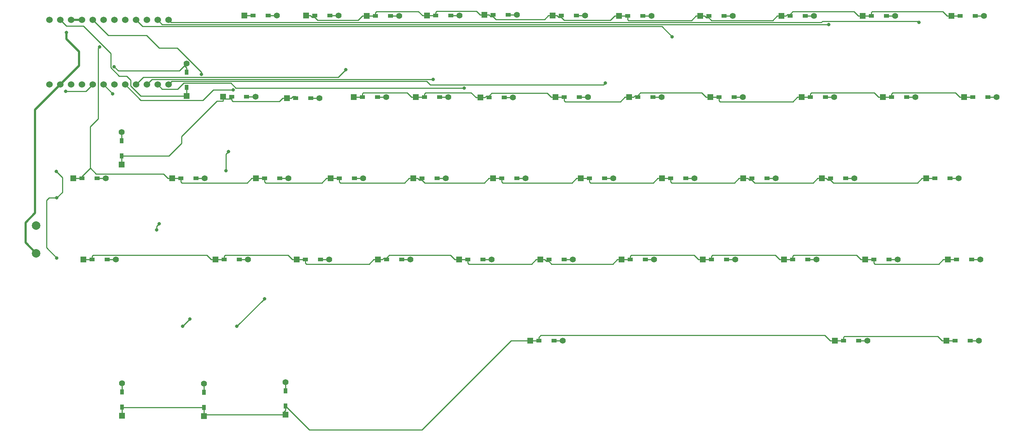
<source format=gbr>
%TF.GenerationSoftware,KiCad,Pcbnew,(7.0.0)*%
%TF.CreationDate,2024-09-06T15:26:17+09:00*%
%TF.ProjectId,rowlow52,726f776c-6f77-4353-922e-6b696361645f,rev?*%
%TF.SameCoordinates,Original*%
%TF.FileFunction,Copper,L1,Top*%
%TF.FilePolarity,Positive*%
%FSLAX46Y46*%
G04 Gerber Fmt 4.6, Leading zero omitted, Abs format (unit mm)*
G04 Created by KiCad (PCBNEW (7.0.0)) date 2024-09-06 15:26:17*
%MOMM*%
%LPD*%
G01*
G04 APERTURE LIST*
%TA.AperFunction,ComponentPad*%
%ADD10R,1.397000X1.397000*%
%TD*%
%TA.AperFunction,SMDPad,CuDef*%
%ADD11R,1.300000X0.950000*%
%TD*%
%TA.AperFunction,ComponentPad*%
%ADD12C,1.397000*%
%TD*%
%TA.AperFunction,SMDPad,CuDef*%
%ADD13R,0.950000X1.300000*%
%TD*%
%TA.AperFunction,ComponentPad*%
%ADD14C,2.000000*%
%TD*%
%TA.AperFunction,ComponentPad*%
%ADD15C,1.524000*%
%TD*%
%TA.AperFunction,ViaPad*%
%ADD16C,0.800000*%
%TD*%
%TA.AperFunction,Conductor*%
%ADD17C,0.250000*%
%TD*%
%TA.AperFunction,Conductor*%
%ADD18C,0.500000*%
%TD*%
G04 APERTURE END LIST*
D10*
%TO.P,D29,1,K*%
%TO.N,row2*%
X138458799Y-111918699D03*
D11*
X140493799Y-111918699D03*
%TO.P,D29,2,A*%
%TO.N,Net-(D29-A)*%
X144043799Y-111918699D03*
D12*
X146078800Y-111918700D03*
%TD*%
D10*
%TO.P,D3,1,K*%
%TO.N,row0*%
X113289999Y-73699999D03*
D11*
X115324999Y-73699999D03*
%TO.P,D3,2,A*%
%TO.N,Net-(D3-A)*%
X118874999Y-73699999D03*
D12*
X120910000Y-73700000D03*
%TD*%
D10*
%TO.P,D39,1,K*%
%TO.N,row3*%
X130146299Y-130968699D03*
D11*
X132181299Y-130968699D03*
%TO.P,D39,2,A*%
%TO.N,Net-(D39-A)*%
X135731299Y-130968699D03*
D12*
X137766300Y-130968700D03*
%TD*%
D10*
%TO.P,D33,1,K*%
%TO.N,row2*%
X215871299Y-111918699D03*
D11*
X217906299Y-111918699D03*
%TO.P,D33,2,A*%
%TO.N,Net-(D33-A)*%
X221456299Y-111918699D03*
D12*
X223491300Y-111918700D03*
%TD*%
D10*
%TO.P,D6,1,K*%
%TO.N,row0*%
X155164999Y-73549999D03*
D11*
X157199999Y-73549999D03*
%TO.P,D6,2,A*%
%TO.N,Net-(D6-A)*%
X160749999Y-73549999D03*
D12*
X162785000Y-73550000D03*
%TD*%
D10*
%TO.P,D20,1,K*%
%TO.N,row1*%
X189071299Y-92868699D03*
D11*
X191106299Y-92868699D03*
%TO.P,D20,2,A*%
%TO.N,Net-(D20-A)*%
X194656299Y-92868699D03*
D12*
X196691300Y-92868700D03*
%TD*%
D10*
%TO.P,D9,1,K*%
%TO.N,row0*%
X205739999Y-73818699D03*
D11*
X207774999Y-73818699D03*
%TO.P,D9,2,A*%
%TO.N,Net-(D9-A)*%
X211324999Y-73818699D03*
D12*
X213360000Y-73818700D03*
%TD*%
D10*
%TO.P,D52,1,K*%
%TO.N,row4*%
X263496299Y-150018699D03*
D11*
X265531299Y-150018699D03*
%TO.P,D52,2,A*%
%TO.N,Net-(D52-A)*%
X269081299Y-150018699D03*
D12*
X271116300Y-150018700D03*
%TD*%
D10*
%TO.P,D18,1,K*%
%TO.N,row1*%
X154189999Y-92949999D03*
D11*
X156224999Y-92949999D03*
%TO.P,D18,2,A*%
%TO.N,Net-(D18-A)*%
X159774999Y-92949999D03*
D12*
X161810000Y-92950000D03*
%TD*%
D10*
%TO.P,D48,1,K*%
%TO.N,row4*%
X89324999Y-167634999D03*
D13*
X89324999Y-165599999D03*
%TO.P,D48,2,A*%
%TO.N,Net-(D48-A)*%
X89324999Y-162049999D03*
D12*
X89325000Y-160015000D03*
%TD*%
D10*
%TO.P,D38,1,K*%
%TO.N,row3*%
X111096299Y-130968699D03*
D11*
X113131299Y-130968699D03*
%TO.P,D38,2,A*%
%TO.N,Net-(D38-A)*%
X116681299Y-130968699D03*
D12*
X118716300Y-130968700D03*
%TD*%
D10*
%TO.P,D24,1,K*%
%TO.N,row1*%
X267652499Y-92868699D03*
D11*
X269687499Y-92868699D03*
%TO.P,D24,2,A*%
%TO.N,Net-(D24-A)*%
X273237499Y-92868699D03*
D12*
X275272500Y-92868700D03*
%TD*%
D10*
%TO.P,D45,1,K*%
%TO.N,row3*%
X244446299Y-130968699D03*
D11*
X246481299Y-130968699D03*
%TO.P,D45,2,A*%
%TO.N,Net-(D45-A)*%
X250031299Y-130968699D03*
D12*
X252066300Y-130968700D03*
%TD*%
D10*
%TO.P,D40,1,K*%
%TO.N,row3*%
X149196299Y-130968699D03*
D11*
X151231299Y-130968699D03*
%TO.P,D40,2,A*%
%TO.N,Net-(D40-A)*%
X154781299Y-130968699D03*
D12*
X156816300Y-130968700D03*
%TD*%
D10*
%TO.P,D23,1,K*%
%TO.N,row1*%
X248602499Y-92868699D03*
D11*
X250637499Y-92868699D03*
%TO.P,D23,2,A*%
%TO.N,Net-(D23-A)*%
X254187499Y-92868699D03*
D12*
X256222500Y-92868700D03*
%TD*%
D10*
%TO.P,D43,1,K*%
%TO.N,row3*%
X206346299Y-130968699D03*
D11*
X208381299Y-130968699D03*
%TO.P,D43,2,A*%
%TO.N,Net-(D43-A)*%
X211931299Y-130968699D03*
D12*
X213966300Y-130968700D03*
%TD*%
D10*
%TO.P,D46,1,K*%
%TO.N,row3*%
X263804499Y-130968699D03*
D11*
X265839499Y-130968699D03*
%TO.P,D46,2,A*%
%TO.N,Net-(D46-A)*%
X269389499Y-130968699D03*
D12*
X271424500Y-130968700D03*
%TD*%
D10*
%TO.P,D28,1,K*%
%TO.N,row2*%
X119062499Y-111918699D03*
D11*
X121097499Y-111918699D03*
%TO.P,D28,2,A*%
%TO.N,Net-(D28-A)*%
X124647499Y-111918699D03*
D12*
X126682500Y-111918700D03*
%TD*%
D10*
%TO.P,D4,1,K*%
%TO.N,row0*%
X127539999Y-73774999D03*
D11*
X129574999Y-73774999D03*
%TO.P,D4,2,A*%
%TO.N,Net-(D4-A)*%
X133124999Y-73774999D03*
D12*
X135160000Y-73775000D03*
%TD*%
D10*
%TO.P,D14,1,K*%
%TO.N,row1*%
X93789999Y-92749999D03*
D11*
X95824999Y-92749999D03*
%TO.P,D14,2,A*%
%TO.N,Net-(D14-A)*%
X99374999Y-92749999D03*
D12*
X101410000Y-92750000D03*
%TD*%
D10*
%TO.P,D10,1,K*%
%TO.N,row0*%
X224789999Y-73818699D03*
D11*
X226824999Y-73818699D03*
%TO.P,D10,2,A*%
%TO.N,Net-(D10-A)*%
X230374999Y-73818699D03*
D12*
X232410000Y-73818700D03*
%TD*%
D10*
%TO.P,D41,1,K*%
%TO.N,row3*%
X168246299Y-130968699D03*
D11*
X170281299Y-130968699D03*
%TO.P,D41,2,A*%
%TO.N,Net-(D41-A)*%
X173831299Y-130968699D03*
D12*
X175866300Y-130968700D03*
%TD*%
D10*
%TO.P,D1,1,K*%
%TO.N,row0*%
X85249999Y-92559999D03*
D13*
X85249999Y-90524999D03*
%TO.P,D1,2,A*%
%TO.N,Net-(D1-A)*%
X85249999Y-86974999D03*
D12*
X85250000Y-84940000D03*
%TD*%
D10*
%TO.P,D51,1,K*%
%TO.N,row4*%
X237302499Y-150018699D03*
D11*
X239337499Y-150018699D03*
%TO.P,D51,2,A*%
%TO.N,Net-(D51-A)*%
X242887499Y-150018699D03*
D12*
X244922500Y-150018700D03*
%TD*%
D10*
%TO.P,D34,1,K*%
%TO.N,row2*%
X234314999Y-111918699D03*
D11*
X236349999Y-111918699D03*
%TO.P,D34,2,A*%
%TO.N,Net-(D34-A)*%
X239899999Y-111918699D03*
D12*
X241935000Y-111918700D03*
%TD*%
D10*
%TO.P,D15,1,K*%
%TO.N,row1*%
X108814999Y-93049999D03*
D11*
X110849999Y-93049999D03*
%TO.P,D15,2,A*%
%TO.N,Net-(D15-A)*%
X114399999Y-93049999D03*
D12*
X116435000Y-93050000D03*
%TD*%
D10*
%TO.P,D2,1,K*%
%TO.N,row0*%
X98839999Y-73649999D03*
D11*
X100874999Y-73649999D03*
%TO.P,D2,2,A*%
%TO.N,Net-(D2-A)*%
X104424999Y-73649999D03*
D12*
X106460000Y-73650000D03*
%TD*%
D10*
%TO.P,D27,1,K*%
%TO.N,row2*%
X101571299Y-111918699D03*
D11*
X103606299Y-111918699D03*
%TO.P,D27,2,A*%
%TO.N,Net-(D27-A)*%
X107156299Y-111918699D03*
D12*
X109191300Y-111918700D03*
%TD*%
D10*
%TO.P,D25,1,K*%
%TO.N,row2*%
X58708799Y-111918699D03*
D11*
X60743799Y-111918699D03*
%TO.P,D25,2,A*%
%TO.N,Net-(D25-A)*%
X64293799Y-111918699D03*
D12*
X66328800Y-111918700D03*
%TD*%
D10*
%TO.P,D12,1,K*%
%TO.N,row0*%
X264664999Y-73818699D03*
D11*
X266699999Y-73818699D03*
%TO.P,D12,2,A*%
%TO.N,Net-(D12-A)*%
X270249999Y-73818699D03*
D12*
X272285000Y-73818700D03*
%TD*%
D10*
%TO.P,D21,1,K*%
%TO.N,row1*%
X208121299Y-92868699D03*
D11*
X210156299Y-92868699D03*
%TO.P,D21,2,A*%
%TO.N,Net-(D21-A)*%
X213706299Y-92868699D03*
D12*
X215741300Y-92868700D03*
%TD*%
D14*
%TO.P,SW53,1,1*%
%TO.N,reset*%
X50006300Y-122956200D03*
%TO.P,SW53,2,2*%
%TO.N,GND*%
X50006300Y-129456200D03*
%TD*%
D10*
%TO.P,D16,1,K*%
%TO.N,row1*%
X124439999Y-92849999D03*
D11*
X126474999Y-92849999D03*
%TO.P,D16,2,A*%
%TO.N,Net-(D16-A)*%
X130024999Y-92849999D03*
D12*
X132060000Y-92850000D03*
%TD*%
D10*
%TO.P,D7,1,K*%
%TO.N,row0*%
X171164999Y-73724999D03*
D11*
X173199999Y-73724999D03*
%TO.P,D7,2,A*%
%TO.N,Net-(D7-A)*%
X176749999Y-73724999D03*
D12*
X178785000Y-73725000D03*
%TD*%
D10*
%TO.P,D22,1,K*%
%TO.N,row1*%
X229552499Y-92868699D03*
D11*
X231587499Y-92868699D03*
%TO.P,D22,2,A*%
%TO.N,Net-(D22-A)*%
X235137499Y-92868699D03*
D12*
X237172500Y-92868700D03*
%TD*%
D10*
%TO.P,D36,1,K*%
%TO.N,row3*%
X61089999Y-130968699D03*
D11*
X63124999Y-130968699D03*
%TO.P,D36,2,A*%
%TO.N,Net-(D36-A)*%
X66674999Y-130968699D03*
D12*
X68710000Y-130968700D03*
%TD*%
D10*
%TO.P,D50,1,K*%
%TO.N,row4*%
X165864999Y-150018699D03*
D11*
X167899999Y-150018699D03*
%TO.P,D50,2,A*%
%TO.N,Net-(D50-A)*%
X171449999Y-150018699D03*
D12*
X173485000Y-150018700D03*
%TD*%
D10*
%TO.P,D8,1,K*%
%TO.N,row0*%
X186689999Y-73818699D03*
D11*
X188724999Y-73818699D03*
%TO.P,D8,2,A*%
%TO.N,Net-(D8-A)*%
X192274999Y-73818699D03*
D12*
X194310000Y-73818700D03*
%TD*%
D10*
%TO.P,D35,1,K*%
%TO.N,row2*%
X258733799Y-111918699D03*
D11*
X260768799Y-111918699D03*
%TO.P,D35,2,A*%
%TO.N,Net-(D35-A)*%
X264318799Y-111918699D03*
D12*
X266353800Y-111918700D03*
%TD*%
D10*
%TO.P,D11,1,K*%
%TO.N,row0*%
X243839999Y-73818699D03*
D11*
X245874999Y-73818699D03*
%TO.P,D11,2,A*%
%TO.N,Net-(D11-A)*%
X249424999Y-73818699D03*
D12*
X251460000Y-73818700D03*
%TD*%
D10*
%TO.P,D32,1,K*%
%TO.N,row2*%
X196821299Y-111918699D03*
D11*
X198856299Y-111918699D03*
%TO.P,D32,2,A*%
%TO.N,Net-(D32-A)*%
X202406299Y-111918699D03*
D12*
X204441300Y-111918700D03*
%TD*%
D10*
%TO.P,D26,1,K*%
%TO.N,row2*%
X81914999Y-111918699D03*
D11*
X83949999Y-111918699D03*
%TO.P,D26,2,A*%
%TO.N,Net-(D26-A)*%
X87499999Y-111918699D03*
D12*
X89535000Y-111918700D03*
%TD*%
D10*
%TO.P,D17,1,K*%
%TO.N,row1*%
X139064999Y-92849999D03*
D11*
X141099999Y-92849999D03*
%TO.P,D17,2,A*%
%TO.N,Net-(D17-A)*%
X144649999Y-92849999D03*
D12*
X146685000Y-92850000D03*
%TD*%
D10*
%TO.P,D19,1,K*%
%TO.N,row1*%
X171796299Y-92868699D03*
D11*
X173831299Y-92868699D03*
%TO.P,D19,2,A*%
%TO.N,Net-(D19-A)*%
X177381299Y-92868699D03*
D12*
X179416300Y-92868700D03*
%TD*%
D10*
%TO.P,D31,1,K*%
%TO.N,row2*%
X177771299Y-111918699D03*
D11*
X179806299Y-111918699D03*
%TO.P,D31,2,A*%
%TO.N,Net-(D31-A)*%
X183356299Y-111918699D03*
D12*
X185391300Y-111918700D03*
%TD*%
D10*
%TO.P,D49,1,K*%
%TO.N,row4*%
X108499999Y-167359999D03*
D13*
X108499999Y-165324999D03*
%TO.P,D49,2,A*%
%TO.N,Net-(D49-A)*%
X108499999Y-161774999D03*
D12*
X108500000Y-159740000D03*
%TD*%
D10*
%TO.P,D47,1,K*%
%TO.N,row4*%
X70124999Y-167559999D03*
D13*
X70124999Y-165524999D03*
%TO.P,D47,2,A*%
%TO.N,Net-(D47-A)*%
X70124999Y-161974999D03*
D12*
X70125000Y-159940000D03*
%TD*%
D10*
%TO.P,D42,1,K*%
%TO.N,row3*%
X187296299Y-130968699D03*
D11*
X189331299Y-130968699D03*
%TO.P,D42,2,A*%
%TO.N,Net-(D42-A)*%
X192881299Y-130968699D03*
D12*
X194916300Y-130968700D03*
%TD*%
D10*
%TO.P,D44,1,K*%
%TO.N,row3*%
X225396299Y-130968699D03*
D11*
X227431299Y-130968699D03*
%TO.P,D44,2,A*%
%TO.N,Net-(D44-A)*%
X230981299Y-130968699D03*
D12*
X233016300Y-130968700D03*
%TD*%
D10*
%TO.P,D5,1,K*%
%TO.N,row0*%
X141664999Y-73699999D03*
D11*
X143699999Y-73699999D03*
%TO.P,D5,2,A*%
%TO.N,Net-(D5-A)*%
X147249999Y-73699999D03*
D12*
X149285000Y-73700000D03*
%TD*%
D15*
%TO.P,U1,1,TX0/D3*%
%TO.N,led*%
X53065000Y-74682200D03*
%TO.P,U1,2,RX1/D2*%
%TO.N,row0*%
X55605000Y-74682200D03*
%TO.P,U1,3,GND*%
%TO.N,GND*%
X58145000Y-74682200D03*
%TO.P,U1,4,GND*%
X60685000Y-74682200D03*
%TO.P,U1,5,2/D1/SDA*%
%TO.N,row1*%
X63225000Y-74682200D03*
%TO.P,U1,6,3/D0/SCL*%
%TO.N,row2*%
X65765000Y-74682200D03*
%TO.P,U1,7,4/D4*%
%TO.N,row3*%
X68305000Y-74682200D03*
%TO.P,U1,8,5/C6*%
%TO.N,row4*%
X70845000Y-74682200D03*
%TO.P,U1,9,6/D7*%
%TO.N,col8*%
X73385000Y-74682200D03*
%TO.P,U1,10,7/E6*%
%TO.N,col9*%
X75925000Y-74682200D03*
%TO.P,U1,11,8/B4*%
%TO.N,col10*%
X78465000Y-74682200D03*
%TO.P,U1,12,9/B5*%
%TO.N,col11*%
X81005000Y-74682200D03*
%TO.P,U1,13,B6/10*%
%TO.N,col7*%
X81005000Y-89902200D03*
%TO.P,U1,14,B2/16*%
%TO.N,col6*%
X78465000Y-89902200D03*
%TO.P,U1,15,B3/14*%
%TO.N,col5*%
X75925000Y-89902200D03*
%TO.P,U1,16,B1/15*%
%TO.N,col4*%
X73385000Y-89902200D03*
%TO.P,U1,17,F7/A0*%
%TO.N,col3*%
X70845000Y-89902200D03*
%TO.P,U1,18,F6/A1*%
%TO.N,col2*%
X68305000Y-89902200D03*
%TO.P,U1,19,F5/A2*%
%TO.N,col1*%
X65765000Y-89902200D03*
%TO.P,U1,20,F4/A3*%
%TO.N,col0*%
X63225000Y-89902200D03*
%TO.P,U1,21,VCC*%
%TO.N,VCC*%
X60685000Y-89902200D03*
%TO.P,U1,22,RST*%
%TO.N,reset*%
X58145000Y-89902200D03*
%TO.P,U1,23,GND*%
%TO.N,GND*%
X55605000Y-89902200D03*
%TO.P,U1,24,RAW*%
%TO.N,unconnected-(U1-RAW-Pad24)*%
X53065000Y-89902200D03*
%TD*%
D10*
%TO.P,D37,1,K*%
%TO.N,row3*%
X92046299Y-130968699D03*
D11*
X94081299Y-130968699D03*
%TO.P,D37,2,A*%
%TO.N,Net-(D37-A)*%
X97631299Y-130968699D03*
D12*
X99666300Y-130968700D03*
%TD*%
D10*
%TO.P,D30,1,K*%
%TO.N,row2*%
X157162499Y-111918699D03*
D11*
X159197499Y-111918699D03*
%TO.P,D30,2,A*%
%TO.N,Net-(D30-A)*%
X162747499Y-111918699D03*
D12*
X164782500Y-111918700D03*
%TD*%
D10*
%TO.P,D13,1,K*%
%TO.N,row1*%
X69999999Y-108684999D03*
D13*
X69999999Y-106649999D03*
%TO.P,D13,2,A*%
%TO.N,Net-(D13-A)*%
X69999999Y-103099999D03*
D12*
X70000000Y-101065000D03*
%TD*%
D16*
%TO.N,Net-(D1-A)*%
X68301600Y-85676600D03*
%TO.N,row1*%
X88762700Y-87453200D03*
%TO.N,row2*%
X64881200Y-81017300D03*
%TO.N,GND*%
X57125900Y-77666200D03*
%TO.N,col0*%
X54690700Y-110298900D03*
X54836600Y-130563000D03*
X54836600Y-116480800D03*
X56875000Y-91462300D03*
%TO.N,col1*%
X78240900Y-123963100D03*
X78842300Y-122511100D03*
X86047100Y-144879100D03*
X67901300Y-92038500D03*
X84336400Y-146589800D03*
%TO.N,col2*%
X94472800Y-110075800D03*
X95057800Y-105601200D03*
X103524500Y-140128100D03*
X97064400Y-146588200D03*
%TO.N,col3*%
X96166900Y-91109500D03*
%TO.N,col4*%
X122594600Y-86426000D03*
%TO.N,col5*%
X143079300Y-88649500D03*
%TO.N,col6*%
X150404200Y-90684600D03*
%TO.N,col7*%
X183500000Y-89549800D03*
%TO.N,col8*%
X199182100Y-78646800D03*
%TO.N,col10*%
X235925200Y-75779500D03*
%TO.N,col11*%
X257097600Y-75329400D03*
%TD*%
D17*
%TO.N,row4*%
X168373600Y-148745000D02*
X235005200Y-148745000D01*
X235005200Y-148745000D02*
X236278900Y-150018700D01*
X167900000Y-150018700D02*
X167900000Y-149218600D01*
X167900000Y-149218600D02*
X168373600Y-148745000D01*
X236278900Y-150018700D02*
X237302500Y-150018700D01*
%TO.N,row0*%
X157200000Y-73950000D02*
X157866300Y-74616300D01*
X206251800Y-73818700D02*
X205740000Y-73818700D01*
X72115000Y-90183000D02*
X74492000Y-92560000D01*
X172188600Y-73725000D02*
X172588600Y-74125000D01*
X125509600Y-74781800D02*
X126516400Y-73775000D01*
X205740000Y-73818700D02*
X204716400Y-73818700D01*
X155165000Y-73550000D02*
X154141400Y-73550000D01*
X206763600Y-73818700D02*
X207163600Y-74218700D01*
X127540000Y-73775000D02*
X129575000Y-73775000D01*
X171165000Y-73725000D02*
X170141400Y-73725000D01*
X129575000Y-72974900D02*
X129826700Y-72723200D01*
X225301800Y-73818700D02*
X224790000Y-73818700D01*
X55605000Y-74682200D02*
X57105300Y-76182500D01*
X184700200Y-74784900D02*
X185666400Y-73818700D01*
X188948500Y-74842300D02*
X203692800Y-74842300D01*
X115325000Y-74100000D02*
X116006800Y-74781800D01*
X156588600Y-73950000D02*
X157200000Y-73950000D01*
X207163600Y-74218700D02*
X207775000Y-74218700D01*
X264665000Y-73818700D02*
X263641400Y-73818700D01*
X114313600Y-73700000D02*
X114713600Y-74100000D01*
X207775000Y-73818700D02*
X207775000Y-74218700D01*
X203692800Y-74842300D02*
X204716400Y-73818700D01*
X206251800Y-73818700D02*
X206763600Y-73818700D01*
X243840000Y-73818700D02*
X242816400Y-73818700D01*
X245875000Y-73018600D02*
X246098500Y-72795100D01*
X241792800Y-72795100D02*
X242816400Y-73818700D01*
X226825000Y-73418600D02*
X227448500Y-72795100D01*
X61076200Y-76182500D02*
X67469400Y-82575700D01*
X169250100Y-74616300D02*
X170141400Y-73725000D01*
X74492000Y-92560000D02*
X85250000Y-92560000D01*
X69481900Y-87910700D02*
X71210700Y-87910700D01*
X98840000Y-73650000D02*
X100875000Y-73650000D01*
X141665000Y-73700000D02*
X140641400Y-73700000D01*
X143955800Y-72644100D02*
X153235500Y-72644100D01*
X225813600Y-73818700D02*
X226213700Y-73418600D01*
X172588600Y-74125000D02*
X173200000Y-74125000D01*
X245875000Y-73818700D02*
X245875000Y-73018600D01*
X225301800Y-73818700D02*
X225813600Y-73818700D01*
X129826700Y-72723200D02*
X139664600Y-72723200D01*
X246098500Y-72795100D02*
X262617800Y-72795100D01*
X127540000Y-73775000D02*
X126516400Y-73775000D01*
X141665000Y-73700000D02*
X143700000Y-73700000D01*
X113290000Y-73700000D02*
X114313600Y-73700000D01*
X186690000Y-73818700D02*
X188725000Y-73818700D01*
X173859900Y-74784900D02*
X184700200Y-74784900D01*
X139664600Y-72723200D02*
X140641400Y-73700000D01*
X173200000Y-74125000D02*
X173859900Y-74784900D01*
X153235500Y-72644100D02*
X154141400Y-73550000D01*
X72115000Y-88815000D02*
X72115000Y-90183000D01*
X208398600Y-74842300D02*
X222742800Y-74842300D01*
X243840000Y-73818700D02*
X245875000Y-73818700D01*
X71210700Y-87910700D02*
X72115000Y-88815000D01*
X115325000Y-73700000D02*
X115325000Y-74100000D01*
X222742800Y-74842300D02*
X223766400Y-73818700D01*
X129575000Y-73775000D02*
X129575000Y-72974900D01*
X186690000Y-73818700D02*
X185666400Y-73818700D01*
X116006800Y-74781800D02*
X125509600Y-74781800D01*
X143700000Y-72899900D02*
X143955800Y-72644100D01*
X188725000Y-73818700D02*
X188725000Y-74618800D01*
X262617800Y-72795100D02*
X263641400Y-73818700D01*
X155165000Y-73550000D02*
X156188600Y-73550000D01*
X227448500Y-72795100D02*
X241792800Y-72795100D01*
X207775000Y-74218700D02*
X208398600Y-74842300D01*
X157866300Y-74616300D02*
X169250100Y-74616300D01*
X226825000Y-73818700D02*
X226825000Y-73418600D01*
X224790000Y-73818700D02*
X223766400Y-73818700D01*
X156188600Y-73550000D02*
X156588600Y-73950000D01*
X188725000Y-74618800D02*
X188948500Y-74842300D01*
X67469400Y-85898200D02*
X69481900Y-87910700D01*
X266700000Y-73818700D02*
X264665000Y-73818700D01*
X114713600Y-74100000D02*
X115325000Y-74100000D01*
X157200000Y-73550000D02*
X157200000Y-73950000D01*
X67469400Y-82575700D02*
X67469400Y-85898200D01*
X85250000Y-92560000D02*
X85250000Y-90525000D01*
X143700000Y-73700000D02*
X143700000Y-72899900D01*
X226213700Y-73418600D02*
X226825000Y-73418600D01*
X171165000Y-73725000D02*
X172188600Y-73725000D01*
X57105300Y-76182500D02*
X61076200Y-76182500D01*
X173200000Y-73725000D02*
X173200000Y-74125000D01*
%TO.N,Net-(D1-A)*%
X84735000Y-85484900D02*
X85250000Y-85999900D01*
X85250000Y-86975000D02*
X85250000Y-85999900D01*
X84735000Y-85455000D02*
X84735000Y-85484900D01*
X83594900Y-86625000D02*
X69250000Y-86625000D01*
X84735000Y-85484900D02*
X83594900Y-86625000D01*
X85250000Y-84940000D02*
X84735000Y-85455000D01*
X69250000Y-86625000D02*
X68301600Y-85676600D01*
%TO.N,Net-(D2-A)*%
X106460000Y-73650000D02*
X104425000Y-73650000D01*
%TO.N,Net-(D3-A)*%
X120910000Y-73700000D02*
X118875000Y-73700000D01*
%TO.N,Net-(D4-A)*%
X135160000Y-73775000D02*
X133125000Y-73775000D01*
%TO.N,Net-(D5-A)*%
X149285000Y-73700000D02*
X147250000Y-73700000D01*
%TO.N,Net-(D6-A)*%
X162785000Y-73550000D02*
X160750000Y-73550000D01*
%TO.N,Net-(D7-A)*%
X178785000Y-73725000D02*
X176750000Y-73725000D01*
%TO.N,Net-(D8-A)*%
X194310000Y-73818700D02*
X192275000Y-73818700D01*
%TO.N,Net-(D9-A)*%
X213360000Y-73818700D02*
X211325000Y-73818700D01*
%TO.N,Net-(D10-A)*%
X232410000Y-73818700D02*
X230375000Y-73818700D01*
%TO.N,Net-(D11-A)*%
X251460000Y-73818700D02*
X249425000Y-73818700D01*
%TO.N,Net-(D12-A)*%
X272285000Y-73818700D02*
X270250000Y-73818700D01*
%TO.N,row1*%
X95825000Y-92750000D02*
X95825000Y-93261800D01*
X210156300Y-93668800D02*
X210379800Y-93892300D01*
X171796300Y-92868700D02*
X173831300Y-92868700D01*
X231587500Y-92068600D02*
X231811000Y-91845100D01*
X108815000Y-93050000D02*
X107791400Y-93050000D01*
X155213600Y-92950000D02*
X155613700Y-92549900D01*
X231587500Y-92868700D02*
X231587500Y-92068600D01*
X108815000Y-93050000D02*
X109838600Y-93050000D01*
X107003200Y-93838200D02*
X107791400Y-93050000D01*
X141100000Y-92850000D02*
X141100000Y-92049900D01*
X173831300Y-93668800D02*
X174054800Y-93892300D01*
X156225000Y-92549900D02*
X156848600Y-91926300D01*
X154190000Y-92950000D02*
X155213600Y-92950000D01*
X250637500Y-92068600D02*
X250861000Y-91845100D01*
X126698500Y-91826400D02*
X137017800Y-91826400D01*
X78832800Y-81290000D02*
X83069400Y-81290000D01*
X210379800Y-93892300D02*
X227505300Y-93892300D01*
X152035800Y-91819400D02*
X153166400Y-92950000D01*
X156225000Y-92950000D02*
X156225000Y-92549900D01*
X95825000Y-93550100D02*
X96113100Y-93838200D01*
X88762700Y-86983300D02*
X88762700Y-87453200D01*
X126475000Y-92850000D02*
X126475000Y-92049900D01*
X250861000Y-91845100D02*
X265605300Y-91845100D01*
X187024100Y-93892300D02*
X188047700Y-92868700D01*
X250637500Y-92868700D02*
X250637500Y-92068600D01*
X84075000Y-103675000D02*
X81100000Y-106650000D01*
X206074100Y-91845100D02*
X207097700Y-92868700D01*
X137017800Y-91826400D02*
X138041400Y-92850000D01*
X173831300Y-92868700D02*
X173831300Y-93668800D01*
X189071300Y-92868700D02*
X188047700Y-92868700D01*
X110850000Y-92649900D02*
X110238700Y-92649900D01*
X189071300Y-92868700D02*
X190094900Y-92868700D01*
X75877600Y-78334800D02*
X78832800Y-81290000D01*
X96113100Y-93838200D02*
X107003200Y-93838200D01*
X92376400Y-93773600D02*
X84075000Y-102075000D01*
X267652500Y-92868700D02*
X266628900Y-92868700D01*
X229552500Y-92868700D02*
X228528900Y-92868700D01*
X110238700Y-92649900D02*
X109838600Y-93050000D01*
X269687500Y-92868700D02*
X267652500Y-92868700D01*
X83069400Y-81290000D02*
X88762700Y-86983300D01*
X169830300Y-91926300D02*
X170772700Y-92868700D01*
X156848600Y-91926300D02*
X169830300Y-91926300D01*
X81100000Y-106650000D02*
X70000000Y-106650000D01*
X171796300Y-92868700D02*
X170772700Y-92868700D01*
X210156300Y-92868700D02*
X208121300Y-92868700D01*
X124440000Y-92850000D02*
X126475000Y-92850000D01*
X141330500Y-91819400D02*
X152035800Y-91819400D01*
X191106300Y-92468600D02*
X191729800Y-91845100D01*
X139065000Y-92850000D02*
X141100000Y-92850000D01*
X93790000Y-92750000D02*
X93790000Y-93261800D01*
X93790000Y-93261800D02*
X93790000Y-93773600D01*
X95825000Y-93261800D02*
X95825000Y-93550100D01*
X93790000Y-93773600D02*
X92376400Y-93773600D01*
X246555300Y-91845100D02*
X247578900Y-92868700D01*
X191729800Y-91845100D02*
X206074100Y-91845100D01*
X208121300Y-92868700D02*
X207097700Y-92868700D01*
X93790000Y-93261800D02*
X95825000Y-93261800D01*
X154190000Y-92950000D02*
X153166400Y-92950000D01*
X210156300Y-92868700D02*
X210156300Y-93668800D01*
X265605300Y-91845100D02*
X266628900Y-92868700D01*
X231811000Y-91845100D02*
X246555300Y-91845100D01*
X70000000Y-108685000D02*
X70000000Y-107661400D01*
X248602500Y-92868700D02*
X247578900Y-92868700D01*
X191106300Y-92868700D02*
X191106300Y-92468600D01*
X231587500Y-92868700D02*
X229552500Y-92868700D01*
X66877600Y-78334800D02*
X75877600Y-78334800D01*
X63225000Y-74682200D02*
X66877600Y-78334800D01*
X84075000Y-102075000D02*
X84075000Y-103675000D01*
X70000000Y-106650000D02*
X70000000Y-107661400D01*
X174054800Y-93892300D02*
X187024100Y-93892300D01*
X248602500Y-92868700D02*
X250637500Y-92868700D01*
X227505300Y-93892300D02*
X228528900Y-92868700D01*
X141100000Y-92049900D02*
X141330500Y-91819400D01*
X190495000Y-92468600D02*
X190094900Y-92868700D01*
X155613700Y-92549900D02*
X156225000Y-92549900D01*
X126475000Y-92049900D02*
X126698500Y-91826400D01*
X191106300Y-92468600D02*
X190495000Y-92468600D01*
X110850000Y-93050000D02*
X110850000Y-92649900D01*
X139065000Y-92850000D02*
X138041400Y-92850000D01*
%TO.N,Net-(D13-A)*%
X70000000Y-101065000D02*
X70000000Y-103100000D01*
%TO.N,Net-(D14-A)*%
X101410000Y-92750000D02*
X99375000Y-92750000D01*
%TO.N,Net-(D15-A)*%
X116435000Y-93050000D02*
X114400000Y-93050000D01*
%TO.N,Net-(D16-A)*%
X132060000Y-92850000D02*
X130025000Y-92850000D01*
%TO.N,Net-(D17-A)*%
X146685000Y-92850000D02*
X144650000Y-92850000D01*
%TO.N,Net-(D18-A)*%
X161810000Y-92950000D02*
X159775000Y-92950000D01*
%TO.N,Net-(D19-A)*%
X179416300Y-92868700D02*
X177381300Y-92868700D01*
%TO.N,Net-(D20-A)*%
X196691300Y-92868700D02*
X194656300Y-92868700D01*
%TO.N,Net-(D21-A)*%
X215741300Y-92868700D02*
X213706300Y-92868700D01*
%TO.N,Net-(D22-A)*%
X237172500Y-92868700D02*
X235137500Y-92868700D01*
%TO.N,Net-(D23-A)*%
X256222500Y-92868700D02*
X254187500Y-92868700D01*
%TO.N,Net-(D24-A)*%
X275272500Y-92868700D02*
X273237500Y-92868700D01*
%TO.N,row2*%
X138458800Y-111918700D02*
X137435200Y-111918700D01*
X103606300Y-111918700D02*
X103606300Y-112718800D01*
X194774100Y-112942300D02*
X195797700Y-111918700D01*
X236974400Y-112942300D02*
X256686600Y-112942300D01*
X117015300Y-112942300D02*
X118038900Y-111918700D01*
X119062500Y-111918700D02*
X121097500Y-111918700D01*
X80891400Y-111918700D02*
X79867800Y-110895100D01*
X199079800Y-112942300D02*
X213824100Y-112942300D01*
X234826800Y-111918700D02*
X235338600Y-111918700D01*
X218530700Y-112942300D02*
X232267800Y-112942300D01*
X179806300Y-111918700D02*
X177771300Y-111918700D01*
X217906300Y-111918700D02*
X217906300Y-112317900D01*
X84173500Y-112942300D02*
X99524100Y-112942300D01*
X258733800Y-111918700D02*
X257710200Y-111918700D01*
X198856300Y-111918700D02*
X198856300Y-112718800D01*
X139482400Y-111918700D02*
X139882400Y-112318700D01*
X235737800Y-112317900D02*
X236350000Y-112317900D01*
X217906300Y-112317900D02*
X218530700Y-112942300D01*
X155115300Y-112942300D02*
X156138900Y-111918700D01*
X179806300Y-112718800D02*
X180029800Y-112942300D01*
X136411600Y-112942300D02*
X137435200Y-111918700D01*
X140493800Y-112318700D02*
X141117400Y-112942300D01*
X103829800Y-112942300D02*
X117015300Y-112942300D01*
X140493800Y-111918700D02*
X140493800Y-112318700D01*
X157162500Y-111918700D02*
X156138900Y-111918700D01*
X139882400Y-112318700D02*
X140493800Y-112318700D01*
X64553300Y-97871700D02*
X62675000Y-99750000D01*
X159197500Y-112718800D02*
X159421000Y-112942300D01*
X81915000Y-111918700D02*
X83950000Y-111918700D01*
X235338600Y-111918700D02*
X235737800Y-112317900D01*
X175724100Y-112942300D02*
X176747700Y-111918700D01*
X103606300Y-111918700D02*
X101571300Y-111918700D01*
X79867800Y-110895100D02*
X64064100Y-110895100D01*
X81915000Y-111918700D02*
X80891400Y-111918700D01*
X99524100Y-112942300D02*
X100547700Y-111918700D01*
X198856300Y-112718800D02*
X199079800Y-112942300D01*
X236350000Y-111918700D02*
X236350000Y-112317900D01*
X138458800Y-111918700D02*
X139482400Y-111918700D01*
X215871300Y-111918700D02*
X214847700Y-111918700D01*
X196821300Y-111918700D02*
X195797700Y-111918700D01*
X103606300Y-112718800D02*
X103829800Y-112942300D01*
X179806300Y-111918700D02*
X179806300Y-112718800D01*
X180029800Y-112942300D02*
X194774100Y-112942300D01*
X62675000Y-109506000D02*
X62715700Y-109546700D01*
X215871300Y-111918700D02*
X216894900Y-111918700D01*
X159197500Y-111918700D02*
X159197500Y-112718800D01*
X60743800Y-111456200D02*
X60743800Y-111918700D01*
X232267800Y-112942300D02*
X233291400Y-111918700D01*
X256686600Y-112942300D02*
X257710200Y-111918700D01*
X217294100Y-112317900D02*
X216894900Y-111918700D01*
X60743800Y-111918700D02*
X58708800Y-111918700D01*
X62675000Y-99750000D02*
X62675000Y-109506000D01*
X121097500Y-111918700D02*
X121097500Y-112718800D01*
X234315000Y-111918700D02*
X233291400Y-111918700D01*
X64881200Y-81017300D02*
X64553300Y-81345200D01*
X121097500Y-112718800D02*
X121321000Y-112942300D01*
X234826800Y-111918700D02*
X234315000Y-111918700D01*
X236350000Y-112317900D02*
X236974400Y-112942300D01*
X101571300Y-111918700D02*
X100547700Y-111918700D01*
X157162500Y-111918700D02*
X159197500Y-111918700D01*
X141117400Y-112942300D02*
X155115300Y-112942300D01*
X196821300Y-111918700D02*
X198856300Y-111918700D01*
X62715700Y-109546700D02*
X62653300Y-109546700D01*
X64553300Y-81345200D02*
X64553300Y-97871700D01*
X260768800Y-111918700D02*
X258733800Y-111918700D01*
X83950000Y-111918700D02*
X83950000Y-112718800D01*
X119062500Y-111918700D02*
X118038900Y-111918700D01*
X83950000Y-112718800D02*
X84173500Y-112942300D01*
X177771300Y-111918700D02*
X176747700Y-111918700D01*
X62653300Y-109546700D02*
X60743800Y-111456200D01*
X217906300Y-112317900D02*
X217294100Y-112317900D01*
X121321000Y-112942300D02*
X136411600Y-112942300D01*
X64064100Y-110895100D02*
X62715700Y-109546700D01*
X213824100Y-112942300D02*
X214847700Y-111918700D01*
X159421000Y-112942300D02*
X175724100Y-112942300D01*
%TO.N,Net-(D25-A)*%
X66328800Y-111918700D02*
X64293800Y-111918700D01*
%TO.N,Net-(D26-A)*%
X89535000Y-111918700D02*
X87500000Y-111918700D01*
%TO.N,Net-(D27-A)*%
X109191300Y-111918700D02*
X107156300Y-111918700D01*
%TO.N,Net-(D28-A)*%
X126682500Y-111918700D02*
X124647500Y-111918700D01*
%TO.N,Net-(D29-A)*%
X146078800Y-111918700D02*
X144043800Y-111918700D01*
%TO.N,Net-(D30-A)*%
X164782500Y-111918700D02*
X162747500Y-111918700D01*
%TO.N,Net-(D31-A)*%
X185391300Y-111918700D02*
X183356300Y-111918700D01*
%TO.N,Net-(D32-A)*%
X204441300Y-111918700D02*
X202406300Y-111918700D01*
%TO.N,Net-(D33-A)*%
X223491300Y-111918700D02*
X221456300Y-111918700D01*
%TO.N,Net-(D34-A)*%
X241935000Y-111918700D02*
X239900000Y-111918700D01*
%TO.N,Net-(D35-A)*%
X266353800Y-111918700D02*
X264318800Y-111918700D01*
%TO.N,row3*%
X113131300Y-130968700D02*
X113131300Y-131768800D01*
X227431300Y-130968700D02*
X227431300Y-130168600D01*
X246481300Y-130968700D02*
X246481300Y-131768800D01*
X227431300Y-130168600D02*
X227654800Y-129945100D01*
X94081300Y-130168600D02*
X94304800Y-129945100D01*
X208381300Y-130168600D02*
X208604800Y-129945100D01*
X61090000Y-130968700D02*
X63125000Y-130968700D01*
X94304800Y-129945100D02*
X109049100Y-129945100D01*
X131570000Y-130568600D02*
X132181300Y-130568600D01*
X111096300Y-130968700D02*
X113131300Y-130968700D01*
X189331300Y-130968700D02*
X189331300Y-130168600D01*
X168246300Y-130968700D02*
X167222700Y-130968700D01*
X151231300Y-131768800D02*
X151454800Y-131992300D01*
X131169900Y-130968700D02*
X131570000Y-130568600D01*
X225396300Y-130968700D02*
X227431300Y-130968700D01*
X128099100Y-131992300D02*
X129122700Y-130968700D01*
X168758100Y-130968700D02*
X168246300Y-130968700D01*
X166199100Y-131992300D02*
X167222700Y-130968700D01*
X187296300Y-130968700D02*
X186272700Y-130968700D01*
X109049100Y-129945100D02*
X110072700Y-130968700D01*
X149196300Y-130968700D02*
X151231300Y-130968700D01*
X149196300Y-130968700D02*
X148172700Y-130968700D01*
X261757300Y-131992300D02*
X262780900Y-130968700D01*
X246704800Y-131992300D02*
X261757300Y-131992300D01*
X113354800Y-131992300D02*
X128099100Y-131992300D01*
X189554800Y-129945100D02*
X204299100Y-129945100D01*
X169669900Y-131368700D02*
X170281300Y-131368700D01*
X206346300Y-130968700D02*
X208381300Y-130968700D01*
X92046300Y-130968700D02*
X91022700Y-130968700D01*
X132181300Y-130968700D02*
X132181300Y-130568600D01*
X185249100Y-131992300D02*
X186272700Y-130968700D01*
X130146300Y-130968700D02*
X131169900Y-130968700D01*
X227654800Y-129945100D02*
X242399100Y-129945100D01*
X242399100Y-129945100D02*
X243422700Y-130968700D01*
X244446300Y-130968700D02*
X243422700Y-130968700D01*
X147149100Y-129945100D02*
X148172700Y-130968700D01*
X130146300Y-130968700D02*
X129122700Y-130968700D01*
X168758100Y-130968700D02*
X169269900Y-130968700D01*
X63125000Y-130968700D02*
X63125000Y-130168600D01*
X225396300Y-130968700D02*
X224372700Y-130968700D01*
X92046300Y-130968700D02*
X94081300Y-130968700D01*
X113131300Y-131768800D02*
X113354800Y-131992300D01*
X170281300Y-131368700D02*
X170904900Y-131992300D01*
X246481300Y-131768800D02*
X246704800Y-131992300D01*
X208381300Y-130968700D02*
X208381300Y-130168600D01*
X263804500Y-130968700D02*
X262780900Y-130968700D01*
X63348500Y-129945100D02*
X89999100Y-129945100D01*
X132804800Y-129945100D02*
X147149100Y-129945100D01*
X244446300Y-130968700D02*
X246481300Y-130968700D01*
X187296300Y-130968700D02*
X189331300Y-130968700D01*
X169269900Y-130968700D02*
X169669900Y-131368700D01*
X63125000Y-130168600D02*
X63348500Y-129945100D01*
X206346300Y-130968700D02*
X205322700Y-130968700D01*
X170281300Y-130968700D02*
X170281300Y-131368700D01*
X94081300Y-130968700D02*
X94081300Y-130168600D01*
X111096300Y-130968700D02*
X110072700Y-130968700D01*
X265839500Y-130968700D02*
X263804500Y-130968700D01*
X223349100Y-129945100D02*
X224372700Y-130968700D01*
X151231300Y-130968700D02*
X151231300Y-131768800D01*
X170904900Y-131992300D02*
X185249100Y-131992300D01*
X132181300Y-130568600D02*
X132804800Y-129945100D01*
X208604800Y-129945100D02*
X223349100Y-129945100D01*
X189331300Y-130168600D02*
X189554800Y-129945100D01*
X89999100Y-129945100D02*
X91022700Y-130968700D01*
X204299100Y-129945100D02*
X205322700Y-130968700D01*
X151454800Y-131992300D02*
X166199100Y-131992300D01*
%TO.N,Net-(D36-A)*%
X68710000Y-130968700D02*
X66675000Y-130968700D01*
%TO.N,Net-(D37-A)*%
X99666300Y-130968700D02*
X97631300Y-130968700D01*
%TO.N,Net-(D38-A)*%
X118716300Y-130968700D02*
X116681300Y-130968700D01*
%TO.N,Net-(D39-A)*%
X137766300Y-130968700D02*
X135731300Y-130968700D01*
%TO.N,Net-(D40-A)*%
X156816300Y-130968700D02*
X154781300Y-130968700D01*
%TO.N,Net-(D41-A)*%
X175866300Y-130968700D02*
X173831300Y-130968700D01*
%TO.N,Net-(D42-A)*%
X194916300Y-130968700D02*
X192881300Y-130968700D01*
%TO.N,Net-(D43-A)*%
X213966300Y-130968700D02*
X211931300Y-130968700D01*
%TO.N,Net-(D44-A)*%
X233016300Y-130968700D02*
X230981300Y-130968700D01*
%TO.N,Net-(D45-A)*%
X252066300Y-130968700D02*
X250031300Y-130968700D01*
%TO.N,Net-(D46-A)*%
X271424500Y-130968700D02*
X269389500Y-130968700D01*
%TO.N,row4*%
X70125000Y-165600000D02*
X70125000Y-165525000D01*
X107988200Y-167360000D02*
X107476400Y-167360000D01*
X89325000Y-166000000D02*
X89325000Y-167360000D01*
X107988200Y-167360000D02*
X107988200Y-166811900D01*
X108500000Y-165325000D02*
X114100000Y-170925000D01*
X261449100Y-148995100D02*
X262472700Y-150018700D01*
X108500000Y-165325000D02*
X108500000Y-166300100D01*
X88925000Y-165600000D02*
X89325000Y-166000000D01*
X89325000Y-165600000D02*
X88925000Y-165600000D01*
X89325000Y-167360000D02*
X107476400Y-167360000D01*
X107988200Y-166811900D02*
X108500000Y-166300100D01*
X70125000Y-167560000D02*
X70125000Y-165600000D01*
X114100000Y-170925000D02*
X140475000Y-170925000D01*
X140475000Y-170925000D02*
X161381300Y-150018700D01*
X165865000Y-150018700D02*
X167900000Y-150018700D01*
X89325000Y-167360000D02*
X89325000Y-167635000D01*
X70125000Y-165600000D02*
X88925000Y-165600000D01*
X237302500Y-150018700D02*
X239337500Y-150018700D01*
X239561000Y-148995100D02*
X261449100Y-148995100D01*
X108500000Y-167360000D02*
X107988200Y-167360000D01*
X263496300Y-150018700D02*
X262472700Y-150018700D01*
X239337500Y-149218600D02*
X239561000Y-148995100D01*
X161381300Y-150018700D02*
X165865000Y-150018700D01*
X239337500Y-150018700D02*
X239337500Y-149218600D01*
X265531300Y-150018700D02*
X263496300Y-150018700D01*
%TO.N,Net-(D47-A)*%
X70125000Y-159940000D02*
X70125000Y-161975000D01*
%TO.N,Net-(D48-A)*%
X89325000Y-160015000D02*
X89325000Y-162050000D01*
%TO.N,Net-(D49-A)*%
X108500000Y-161775000D02*
X108500000Y-159740000D01*
%TO.N,Net-(D50-A)*%
X173485000Y-150018700D02*
X171450000Y-150018700D01*
%TO.N,Net-(D51-A)*%
X244922500Y-150018700D02*
X242887500Y-150018700D01*
%TO.N,Net-(D52-A)*%
X271116300Y-150018700D02*
X269081300Y-150018700D01*
D18*
%TO.N,GND*%
X55605000Y-89902200D02*
X60025000Y-85482200D01*
X47475000Y-122275000D02*
X49725000Y-120025000D01*
X47475000Y-126924900D02*
X47475000Y-122275000D01*
X50006300Y-129456200D02*
X47475000Y-126924900D01*
X60685000Y-74682200D02*
X58145000Y-74682200D01*
X49725000Y-120025000D02*
X49725000Y-95782200D01*
X60025000Y-85482200D02*
X60025000Y-82125000D01*
X49725000Y-95782200D02*
X55605000Y-89902200D01*
X60025000Y-82125000D02*
X57125900Y-79225900D01*
X57125900Y-79225900D02*
X57125900Y-77666200D01*
D17*
%TO.N,col0*%
X63225000Y-89902200D02*
X61664900Y-91462300D01*
X56125000Y-115192400D02*
X56125000Y-111733200D01*
X52425000Y-128151400D02*
X54836600Y-130563000D01*
X61664900Y-91462300D02*
X56875000Y-91462300D01*
X53019200Y-116480800D02*
X52429900Y-117070100D01*
X52429900Y-117070100D02*
X52429900Y-127845773D01*
X56125000Y-111733200D02*
X54690700Y-110298900D01*
X52425000Y-127850673D02*
X52425000Y-128151400D01*
X54836600Y-116480800D02*
X53019200Y-116480800D01*
X52429900Y-127845773D02*
X52425000Y-127850673D01*
X54836600Y-116480800D02*
X56125000Y-115192400D01*
%TO.N,col1*%
X65765000Y-89902200D02*
X67901300Y-92038500D01*
X78240900Y-123112500D02*
X78842300Y-122511100D01*
X78240900Y-123963100D02*
X78240900Y-123112500D01*
X86047100Y-144879100D02*
X84336400Y-146589800D01*
%TO.N,col2*%
X94472800Y-106186200D02*
X94472800Y-110075800D01*
X95057800Y-105601200D02*
X94472800Y-106186200D01*
X103524500Y-140128100D02*
X97064400Y-146588200D01*
%TO.N,col3*%
X89076700Y-93583700D02*
X91550900Y-91109500D01*
X70845000Y-89902200D02*
X74526500Y-93583700D01*
X91550900Y-91109500D02*
X96166900Y-91109500D01*
X74526500Y-93583700D02*
X89076700Y-93583700D01*
%TO.N,col4*%
X73385000Y-89902200D02*
X75098400Y-88188800D01*
X120831800Y-88188800D02*
X122594600Y-86426000D01*
X75098400Y-88188800D02*
X120831800Y-88188800D01*
%TO.N,col5*%
X77177700Y-88649500D02*
X143079300Y-88649500D01*
X75925000Y-89902200D02*
X77177700Y-88649500D01*
%TO.N,col6*%
X96793300Y-90684600D02*
X150404200Y-90684600D01*
X84640400Y-89549900D02*
X95658600Y-89549900D01*
X95658600Y-89549900D02*
X96793300Y-90684600D01*
X79554000Y-90991200D02*
X83199100Y-90991200D01*
X78465000Y-89902200D02*
X79554000Y-90991200D01*
X83199100Y-90991200D02*
X84640400Y-89549900D01*
%TO.N,col7*%
X81807500Y-89099700D02*
X141558100Y-89099700D01*
X150704505Y-89959600D02*
X150719905Y-89975000D01*
X142433400Y-89975000D02*
X150088495Y-89975000D01*
X141558100Y-89099700D02*
X142433400Y-89975000D01*
X150088495Y-89975000D02*
X150103895Y-89959600D01*
X150103895Y-89959600D02*
X150704505Y-89959600D01*
X81005000Y-89902200D02*
X81807500Y-89099700D01*
X150719905Y-89975000D02*
X183074800Y-89975000D01*
X183074800Y-89975000D02*
X183500000Y-89549800D01*
%TO.N,col8*%
X196765000Y-76229700D02*
X199182100Y-78646800D01*
X73385000Y-74682200D02*
X74932500Y-76229700D01*
X74932500Y-76229700D02*
X196765000Y-76229700D01*
%TO.N,col10*%
X79562300Y-75779500D02*
X235925200Y-75779500D01*
X78465000Y-74682200D02*
X79562300Y-75779500D01*
%TO.N,col11*%
X234130100Y-75329400D02*
X81652200Y-75329400D01*
X257097600Y-75329400D02*
X256804700Y-75036500D01*
X234423000Y-75036500D02*
X234130100Y-75329400D01*
X256804700Y-75036500D02*
X234423000Y-75036500D01*
X81652200Y-75329400D02*
X81005000Y-74682200D01*
%TD*%
M02*

</source>
